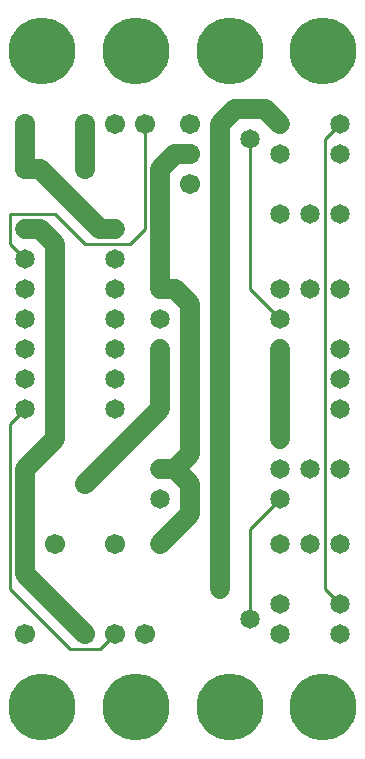
<source format=gtl>
%MOIN*%
%FSLAX25Y25*%
G04 D10 used for Character Trace; *
G04     Circle (OD=.01000) (No hole)*
G04 D11 used for Power Trace; *
G04     Circle (OD=.06700) (No hole)*
G04 D12 used for Signal Trace; *
G04     Circle (OD=.01100) (No hole)*
G04 D13 used for Via; *
G04     Circle (OD=.05800) (Round. Hole ID=.02800)*
G04 D14 used for Component hole; *
G04     Circle (OD=.06500) (Round. Hole ID=.03500)*
G04 D15 used for Component hole; *
G04     Circle (OD=.06700) (Round. Hole ID=.04300)*
G04 D16 used for Component hole; *
G04     Circle (OD=.08100) (Round. Hole ID=.05100)*
G04 D17 used for Component hole; *
G04     Circle (OD=.08900) (Round. Hole ID=.05900)*
G04 D18 used for Component hole; *
G04     Circle (OD=.11300) (Round. Hole ID=.08300)*
G04 D19 used for Component hole; *
G04     Circle (OD=.16000) (Round. Hole ID=.13000)*
G04 D20 used for Component hole; *
G04     Circle (OD=.18300) (Round. Hole ID=.15300)*
G04 D21 used for Component hole; *
G04     Circle (OD=.22291) (Round. Hole ID=.19291)*
%ADD10C,.01000*%
%ADD11C,.06700*%
%ADD12C,.01100*%
%ADD13C,.05800*%
%ADD14C,.06500*%
%ADD15C,.06700*%
%ADD16C,.08100*%
%ADD17C,.08900*%
%ADD18C,.11300*%
%ADD19C,.16000*%
%ADD20C,.18300*%
%ADD21C,.22291*%
%IPPOS*%
%LPD*%
G90*X0Y0D02*D21*X15625Y15625D03*D12*              
X25000Y35000D02*X35000D01*X25000D02*              
X5000Y55000D01*Y110000D01*X10000Y115000D01*D14*   
D03*D13*X20000Y105000D03*D11*X10000Y95000D01*     
Y60000D01*X30000Y40000D01*D15*D03*D12*            
X35000Y35000D02*X40000Y40000D01*D15*D03*X50000D03*
D21*X46875Y15625D03*D14*X55000Y70000D03*D11*      
X65000Y80000D01*Y90000D01*X60000Y95000D01*        
X55000D01*D14*D03*D11*X60000D02*X65000Y100000D01* 
Y150000D01*X60000Y155000D01*X55000D01*D14*D03*D11*
Y180000D01*D14*D03*D11*Y195000D01*                
X60000Y200000D01*X65000D01*D15*D03*D11*           
X75000Y170000D02*Y210000D01*D13*Y170000D03*D11*   
Y125000D01*D13*D03*D11*Y55000D01*D13*D03*D14*     
X85000Y45000D03*D12*Y75000D01*X95000Y85000D01*D14*
D03*X105000Y95000D03*X95000D03*Y70000D03*         
X105000D03*X115000D03*D13*X95000Y105000D03*D11*   
Y135000D01*D14*D03*Y145000D03*D12*                
X85000Y155000D01*Y205000D01*D14*D03*              
X95000Y200000D03*D11*Y210000D02*X90000Y215000D01* 
D14*X95000Y210000D03*D11*X80000Y215000D02*        
X90000D01*X75000Y210000D02*X80000Y215000D01*D15*  
X65000Y210000D03*Y190000D03*D21*X78125Y234375D03* 
D15*X50000Y210000D03*D12*Y175000D01*              
X45000Y170000D01*X30000D01*X20000Y180000D01*      
X5000D01*Y170000D01*X10000Y165000D01*D14*D03*D11* 
X20000Y170000D02*X15000Y175000D01*                
X20000Y105000D02*Y170000D01*D15*X30000Y90000D03*  
D11*X55000Y115000D01*Y135000D01*D14*D03*          
Y145000D03*X40000D03*Y135000D03*Y125000D03*       
Y115000D03*Y155000D03*Y165000D03*D11*             
X10000Y175000D02*X15000D01*D14*X10000D03*D15*     
X30000Y195000D03*D11*Y210000D01*D15*D03*X40000D03*
D11*X35000Y175000D02*X15000Y195000D01*            
X35000Y175000D02*X40000D01*D14*D03*D11*           
X10000Y195000D02*X15000D01*D15*X10000D03*D11*     
Y210000D01*D15*D03*D21*X15625Y234375D03*X46875D03*
D14*X10000Y155000D03*Y145000D03*Y135000D03*       
X95000Y155000D03*Y180000D03*X10000Y125000D03*     
X105000Y155000D03*Y180000D03*D12*X110000Y55000D02*
Y205000D01*X115000Y50000D02*X110000Y55000D01*D14* 
X115000Y50000D03*Y40000D03*X95000Y50000D03*       
Y40000D03*D21*X78125Y15625D03*X109375D03*D14*     
X115000Y95000D03*X55000Y85000D03*                 
X115000Y115000D03*D15*X40000Y70000D03*D14*        
X115000Y125000D03*Y135000D03*D15*X20000Y70000D03* 
D14*X115000Y155000D03*D15*X10000Y40000D03*D14*    
X115000Y180000D03*Y200000D03*D12*                 
X110000Y205000D02*X115000Y210000D01*D14*D03*D21*  
X109375Y234375D03*M02*                            

</source>
